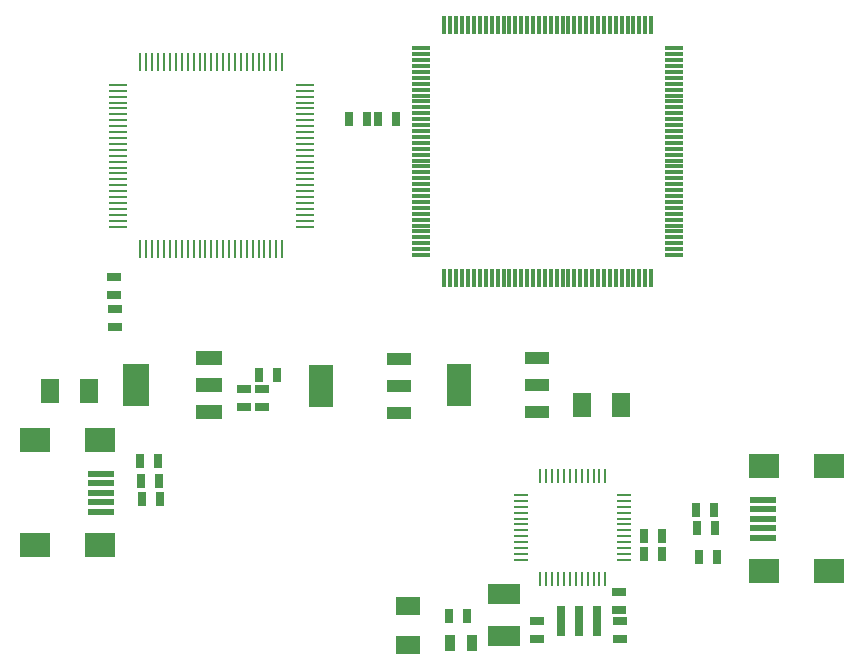
<source format=gtp>
G04 #@! TF.FileFunction,Paste,Top*
%FSLAX46Y46*%
G04 Gerber Fmt 4.6, Leading zero omitted, Abs format (unit mm)*
G04 Created by KiCad (PCBNEW 0.201509020901+6148~28~ubuntu14.04.1-product) date Tue 20 Oct 2015 11:08:51 PM COT*
%MOMM*%
G01*
G04 APERTURE LIST*
%ADD10C,0.100000*%
%ADD11R,0.635000X1.143000*%
%ADD12R,1.524000X2.032000*%
%ADD13R,1.143000X0.635000*%
%ADD14R,2.235200X1.219200*%
%ADD15R,2.235200X3.606800*%
%ADD16R,1.550000X0.300000*%
%ADD17R,0.300000X1.550000*%
%ADD18R,1.500000X0.280000*%
%ADD19R,0.280000X1.500000*%
%ADD20R,2.032000X3.657600*%
%ADD21R,2.032000X1.016000*%
%ADD22R,2.794000X1.778000*%
%ADD23R,1.300000X0.250000*%
%ADD24R,0.250000X1.300000*%
%ADD25R,0.889000X1.397000*%
%ADD26R,2.032000X1.524000*%
%ADD27R,2.301240X0.500380*%
%ADD28R,2.499360X1.998980*%
%ADD29R,0.800000X2.600000*%
G04 APERTURE END LIST*
D10*
D11*
X40813800Y-108224900D03*
X42337800Y-108224900D03*
D12*
X26412000Y-109520300D03*
X23110000Y-109520300D03*
D13*
X39537600Y-109405600D03*
X39537600Y-110929600D03*
X28580000Y-99938000D03*
X28580000Y-101462000D03*
X41042400Y-109393300D03*
X41042400Y-110917300D03*
X28610000Y-104112000D03*
X28610000Y-102588000D03*
D14*
X36588800Y-111366000D03*
X36588800Y-109080000D03*
X36588800Y-106794000D03*
D15*
X30391200Y-109080000D03*
D16*
X54580000Y-80550000D03*
X54580000Y-81050000D03*
X54580000Y-81550000D03*
X54580000Y-82050000D03*
X54580000Y-82550000D03*
X54580000Y-83050000D03*
X54580000Y-83550000D03*
X54580000Y-84050000D03*
X54580000Y-84550000D03*
X54580000Y-85050000D03*
X54580000Y-85550000D03*
X54580000Y-86050000D03*
X54580000Y-86550000D03*
X54580000Y-87050000D03*
X54580000Y-87550000D03*
X54580000Y-88050000D03*
X54580000Y-88550000D03*
X54580000Y-89050000D03*
X54580000Y-89550000D03*
X54580000Y-90050000D03*
X54580000Y-90550000D03*
X54580000Y-91050000D03*
X54580000Y-91550000D03*
X54580000Y-92050000D03*
X54580000Y-92550000D03*
X54580000Y-93050000D03*
X54580000Y-93550000D03*
X54580000Y-94050000D03*
X54580000Y-94550000D03*
X54580000Y-95050000D03*
X54580000Y-95550000D03*
X54580000Y-96050000D03*
X54580000Y-96550000D03*
X54580000Y-97050000D03*
X54580000Y-97550000D03*
X54580000Y-98050000D03*
D17*
X56530000Y-100000000D03*
X57030000Y-100000000D03*
X57530000Y-100000000D03*
X58030000Y-100000000D03*
X58530000Y-100000000D03*
X59030000Y-100000000D03*
X59530000Y-100000000D03*
X60030000Y-100000000D03*
X60530000Y-100000000D03*
X61030000Y-100000000D03*
X61530000Y-100000000D03*
X62030000Y-100000000D03*
X62530000Y-100000000D03*
X63030000Y-100000000D03*
X63530000Y-100000000D03*
X64030000Y-100000000D03*
X64530000Y-100000000D03*
X65030000Y-100000000D03*
X65530000Y-100000000D03*
X66030000Y-100000000D03*
X66530000Y-100000000D03*
X67030000Y-100000000D03*
X67530000Y-100000000D03*
X68030000Y-100000000D03*
X68530000Y-100000000D03*
X69030000Y-100000000D03*
X69530000Y-100000000D03*
X70030000Y-100000000D03*
X70530000Y-100000000D03*
X71030000Y-100000000D03*
X71530000Y-100000000D03*
X72030000Y-100000000D03*
X72530000Y-100000000D03*
X73030000Y-100000000D03*
X73530000Y-100000000D03*
X74030000Y-100000000D03*
D16*
X75980000Y-98050000D03*
X75980000Y-97550000D03*
X75980000Y-97050000D03*
X75980000Y-96550000D03*
X75980000Y-96050000D03*
X75980000Y-95550000D03*
X75980000Y-95050000D03*
X75980000Y-94550000D03*
X75980000Y-94050000D03*
X75980000Y-93550000D03*
X75980000Y-93050000D03*
X75980000Y-92550000D03*
X75980000Y-92050000D03*
X75980000Y-91550000D03*
X75980000Y-91050000D03*
X75980000Y-90550000D03*
X75980000Y-90050000D03*
X75980000Y-89550000D03*
X75980000Y-89050000D03*
X75980000Y-88550000D03*
X75980000Y-88050000D03*
X75980000Y-87550000D03*
X75980000Y-87050000D03*
X75980000Y-86550000D03*
X75980000Y-86050000D03*
X75980000Y-85550000D03*
X75980000Y-85050000D03*
X75980000Y-84550000D03*
X75980000Y-84050000D03*
X75980000Y-83550000D03*
X75980000Y-83050000D03*
X75980000Y-82550000D03*
X75980000Y-82050000D03*
X75980000Y-81550000D03*
X75980000Y-81050000D03*
X75980000Y-80550000D03*
D17*
X74030000Y-78600000D03*
X73530000Y-78600000D03*
X73030000Y-78600000D03*
X72530000Y-78600000D03*
X72030000Y-78600000D03*
X71530000Y-78600000D03*
X71030000Y-78600000D03*
X70530000Y-78600000D03*
X70030000Y-78600000D03*
X69530000Y-78600000D03*
X69030000Y-78600000D03*
X68530000Y-78600000D03*
X68030000Y-78600000D03*
X67530000Y-78600000D03*
X67030000Y-78600000D03*
X66530000Y-78600000D03*
X66030000Y-78600000D03*
X65530000Y-78600000D03*
X65030000Y-78600000D03*
X64530000Y-78600000D03*
X64030000Y-78600000D03*
X63530000Y-78600000D03*
X63030000Y-78600000D03*
X62530000Y-78600000D03*
X62030000Y-78600000D03*
X61530000Y-78600000D03*
X61030000Y-78600000D03*
X60530000Y-78600000D03*
X60030000Y-78600000D03*
X59530000Y-78600000D03*
X59030000Y-78600000D03*
X58530000Y-78600000D03*
X58030000Y-78600000D03*
X57530000Y-78600000D03*
X57030000Y-78600000D03*
X56530000Y-78600000D03*
D18*
X44690000Y-95640000D03*
X44690000Y-95140000D03*
X44690000Y-94640000D03*
X44690000Y-94140000D03*
X44690000Y-93640000D03*
X44690000Y-93140000D03*
X44690000Y-92640000D03*
X44690000Y-92140000D03*
X44690000Y-91640000D03*
X44690000Y-91140000D03*
X44690000Y-90640000D03*
X44690000Y-90140000D03*
X44690000Y-89640000D03*
X44690000Y-89140000D03*
X44690000Y-88640000D03*
X44690000Y-88140000D03*
X44690000Y-87640000D03*
X44690000Y-87140000D03*
X44690000Y-86640000D03*
X44690000Y-86140000D03*
X44690000Y-85640000D03*
X44690000Y-85140000D03*
X44690000Y-84640000D03*
X44690000Y-84140000D03*
X44690000Y-83640000D03*
D19*
X42790000Y-81740000D03*
X42290000Y-81740000D03*
X41790000Y-81740000D03*
X41290000Y-81740000D03*
X40790000Y-81740000D03*
X40290000Y-81740000D03*
X39790000Y-81740000D03*
X39290000Y-81740000D03*
X38790000Y-81740000D03*
X38290000Y-81740000D03*
X37790000Y-81740000D03*
X37290000Y-81740000D03*
X36790000Y-81740000D03*
X36290000Y-81740000D03*
X35790000Y-81740000D03*
X35290000Y-81740000D03*
X34790000Y-81740000D03*
X34290000Y-81740000D03*
X33790000Y-81740000D03*
X33290000Y-81740000D03*
X32790000Y-81740000D03*
X32290000Y-81740000D03*
X31790000Y-81740000D03*
X31290000Y-81740000D03*
X30790000Y-81740000D03*
D18*
X28890000Y-83640000D03*
X28890000Y-84140000D03*
X28890000Y-84640000D03*
X28890000Y-85140000D03*
X28890000Y-85640000D03*
X28890000Y-86140000D03*
X28890000Y-86640000D03*
X28890000Y-87140000D03*
X28890000Y-87640000D03*
X28890000Y-88140000D03*
X28890000Y-88640000D03*
X28890000Y-89140000D03*
X28890000Y-89640000D03*
X28890000Y-90140000D03*
X28890000Y-90640000D03*
X28890000Y-91140000D03*
X28890000Y-91640000D03*
X28890000Y-92140000D03*
X28890000Y-92640000D03*
X28890000Y-93140000D03*
X28890000Y-93640000D03*
X28890000Y-94140000D03*
X28890000Y-94640000D03*
X28890000Y-95140000D03*
X28890000Y-95640000D03*
D19*
X30790000Y-97540000D03*
X31290000Y-97540000D03*
X31790000Y-97540000D03*
X32290000Y-97540000D03*
X32790000Y-97540000D03*
X33290000Y-97540000D03*
X33790000Y-97540000D03*
X34290000Y-97540000D03*
X34790000Y-97540000D03*
X35290000Y-97540000D03*
X35790000Y-97540000D03*
X36290000Y-97540000D03*
X36790000Y-97540000D03*
X37290000Y-97540000D03*
X37790000Y-97540000D03*
X38290000Y-97540000D03*
X38790000Y-97540000D03*
X39290000Y-97540000D03*
X39790000Y-97540000D03*
X40290000Y-97540000D03*
X40790000Y-97540000D03*
X41290000Y-97540000D03*
X41790000Y-97540000D03*
X42290000Y-97540000D03*
X42790000Y-97540000D03*
D12*
X68149000Y-110720000D03*
X71451000Y-110720000D03*
D20*
X57748000Y-109080000D03*
D21*
X64352000Y-109080000D03*
X64352000Y-106794000D03*
X64352000Y-111366000D03*
D20*
X46068000Y-109110000D03*
D21*
X52672000Y-109110000D03*
X52672000Y-106824000D03*
X52672000Y-111396000D03*
D11*
X52452000Y-86560000D03*
X50928000Y-86560000D03*
X48468000Y-86560000D03*
X49992000Y-86560000D03*
X56948000Y-128580000D03*
X58472000Y-128580000D03*
D22*
X61580000Y-130278000D03*
X61580000Y-126722000D03*
D13*
X71340000Y-126568000D03*
X71340000Y-128092000D03*
X64400000Y-130582000D03*
X64400000Y-129058000D03*
X71350000Y-130592000D03*
X71350000Y-129068000D03*
D23*
X71750000Y-123860000D03*
X71750000Y-123360000D03*
X71750000Y-122860000D03*
X71750000Y-122360000D03*
X71750000Y-121860000D03*
X71750000Y-121360000D03*
X71750000Y-120860000D03*
X71750000Y-120360000D03*
X71750000Y-119860000D03*
X71750000Y-119360000D03*
X71750000Y-118860000D03*
X71750000Y-118360000D03*
D24*
X70150000Y-116760000D03*
X69650000Y-116760000D03*
X69150000Y-116760000D03*
X68650000Y-116760000D03*
X68150000Y-116760000D03*
X67650000Y-116760000D03*
X67150000Y-116760000D03*
X66650000Y-116760000D03*
X66150000Y-116760000D03*
X65650000Y-116760000D03*
X65150000Y-116760000D03*
X64650000Y-116760000D03*
D23*
X63050000Y-118360000D03*
X63050000Y-118860000D03*
X63050000Y-119360000D03*
X63050000Y-119860000D03*
X63050000Y-120360000D03*
X63050000Y-120860000D03*
X63050000Y-121360000D03*
X63050000Y-121860000D03*
X63050000Y-122360000D03*
X63050000Y-122860000D03*
X63050000Y-123360000D03*
X63050000Y-123860000D03*
D24*
X64650000Y-125460000D03*
X65150000Y-125460000D03*
X65650000Y-125460000D03*
X66150000Y-125460000D03*
X66650000Y-125460000D03*
X67150000Y-125460000D03*
X67650000Y-125460000D03*
X68150000Y-125460000D03*
X68650000Y-125460000D03*
X69150000Y-125460000D03*
X69650000Y-125460000D03*
X70150000Y-125460000D03*
D25*
X56957500Y-130920000D03*
X58862500Y-130920000D03*
D11*
X79402000Y-121130000D03*
X77878000Y-121130000D03*
X79362000Y-119620000D03*
X77838000Y-119620000D03*
X73438000Y-123380000D03*
X74962000Y-123380000D03*
X74942000Y-121870000D03*
X73418000Y-121870000D03*
D26*
X53420000Y-131071000D03*
X53420000Y-127769000D03*
D27*
X83500680Y-121970200D03*
X83500680Y-121170100D03*
X83500680Y-120370000D03*
X83500680Y-119569900D03*
X83500680Y-118769800D03*
D28*
X83599740Y-124820080D03*
X89098840Y-124820080D03*
X83599740Y-115919920D03*
X89098840Y-115919920D03*
D11*
X79582000Y-123580000D03*
X78058000Y-123580000D03*
X30758000Y-115530000D03*
X32282000Y-115530000D03*
D27*
X27489320Y-116589800D03*
X27489320Y-117389900D03*
X27489320Y-118190000D03*
X27489320Y-118990100D03*
X27489320Y-119790200D03*
D28*
X27390260Y-113739920D03*
X21891160Y-113739920D03*
X27390260Y-122640080D03*
X21891160Y-122640080D03*
D11*
X30858000Y-117210000D03*
X32382000Y-117210000D03*
X30898000Y-118730000D03*
X32422000Y-118730000D03*
D29*
X67920000Y-129060000D03*
X66420000Y-129060000D03*
X69420000Y-129060000D03*
M02*

</source>
